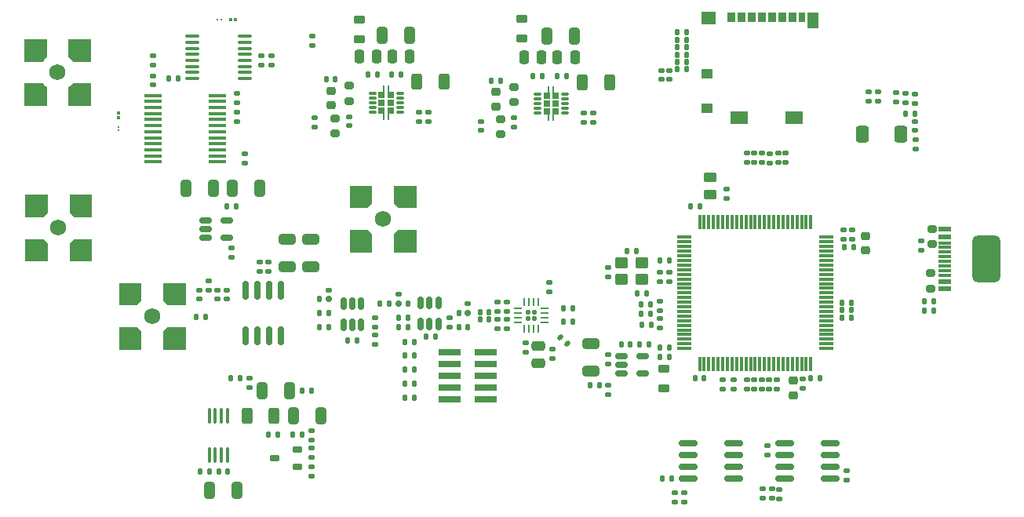
<source format=gbr>
%TF.GenerationSoftware,KiCad,Pcbnew,9.0.5*%
%TF.CreationDate,2025-10-24T01:37:17-04:00*%
%TF.ProjectId,ElectrodeArrayPCB,456c6563-7472-46f6-9465-417272617950,rev?*%
%TF.SameCoordinates,Original*%
%TF.FileFunction,Paste,Top*%
%TF.FilePolarity,Positive*%
%FSLAX46Y46*%
G04 Gerber Fmt 4.6, Leading zero omitted, Abs format (unit mm)*
G04 Created by KiCad (PCBNEW 9.0.5) date 2025-10-24 01:37:17*
%MOMM*%
%LPD*%
G01*
G04 APERTURE LIST*
G04 Aperture macros list*
%AMRoundRect*
0 Rectangle with rounded corners*
0 $1 Rounding radius*
0 $2 $3 $4 $5 $6 $7 $8 $9 X,Y pos of 4 corners*
0 Add a 4 corners polygon primitive as box body*
4,1,4,$2,$3,$4,$5,$6,$7,$8,$9,$2,$3,0*
0 Add four circle primitives for the rounded corners*
1,1,$1+$1,$2,$3*
1,1,$1+$1,$4,$5*
1,1,$1+$1,$6,$7*
1,1,$1+$1,$8,$9*
0 Add four rect primitives between the rounded corners*
20,1,$1+$1,$2,$3,$4,$5,0*
20,1,$1+$1,$4,$5,$6,$7,0*
20,1,$1+$1,$6,$7,$8,$9,0*
20,1,$1+$1,$8,$9,$2,$3,0*%
G04 Aperture macros list end*
%ADD10C,0.001000*%
%ADD11RoundRect,0.140000X-0.170000X0.140000X-0.170000X-0.140000X0.170000X-0.140000X0.170000X0.140000X0*%
%ADD12C,0.250000*%
%ADD13C,0.100000*%
%ADD14C,0.400000*%
%ADD15RoundRect,0.140000X0.170000X-0.140000X0.170000X0.140000X-0.170000X0.140000X-0.170000X-0.140000X0*%
%ADD16RoundRect,0.140000X0.140000X0.170000X-0.140000X0.170000X-0.140000X-0.170000X0.140000X-0.170000X0*%
%ADD17RoundRect,0.100000X-0.637500X-0.100000X0.637500X-0.100000X0.637500X0.100000X-0.637500X0.100000X0*%
%ADD18C,1.730000*%
%ADD19RoundRect,0.220000X0.255000X-0.220000X0.255000X0.220000X-0.255000X0.220000X-0.255000X-0.220000X0*%
%ADD20R,0.850000X1.100000*%
%ADD21R,0.750000X1.100000*%
%ADD22R,1.200000X1.000000*%
%ADD23R,1.550000X1.350000*%
%ADD24R,1.900000X1.350000*%
%ADD25R,1.170000X1.800000*%
%ADD26RoundRect,0.500000X1.000000X-2.000000X1.000000X2.000000X-1.000000X2.000000X-1.000000X-2.000000X0*%
%ADD27R,1.400000X0.500000*%
%ADD28R,1.400000X0.300000*%
%ADD29R,0.280000X0.700000*%
%ADD30RoundRect,0.070000X-0.355000X-0.070000X0.355000X-0.070000X0.355000X0.070000X-0.355000X0.070000X0*%
%ADD31R,0.640000X0.640000*%
%ADD32RoundRect,0.150000X0.150000X-0.825000X0.150000X0.825000X-0.150000X0.825000X-0.150000X-0.825000X0*%
%ADD33RoundRect,0.062500X-0.062500X-0.375000X0.062500X-0.375000X0.062500X0.375000X-0.062500X0.375000X0*%
%ADD34RoundRect,0.062500X-0.375000X-0.062500X0.375000X-0.062500X0.375000X0.062500X-0.375000X0.062500X0*%
%ADD35RoundRect,0.130000X-0.130000X-0.130000X0.130000X-0.130000X0.130000X0.130000X-0.130000X0.130000X0*%
%ADD36RoundRect,0.248889X-0.311111X-0.626111X0.311111X-0.626111X0.311111X0.626111X-0.311111X0.626111X0*%
%ADD37RoundRect,0.200000X-0.275000X0.200000X-0.275000X-0.200000X0.275000X-0.200000X0.275000X0.200000X0*%
%ADD38RoundRect,0.220000X-0.380000X0.220000X-0.380000X-0.220000X0.380000X-0.220000X0.380000X0.220000X0*%
%ADD39RoundRect,0.250000X0.250000X0.475000X-0.250000X0.475000X-0.250000X-0.475000X0.250000X-0.475000X0*%
%ADD40RoundRect,0.250000X0.325000X0.650000X-0.325000X0.650000X-0.325000X-0.650000X0.325000X-0.650000X0*%
%ADD41RoundRect,0.250000X-0.250000X-0.475000X0.250000X-0.475000X0.250000X0.475000X-0.250000X0.475000X0*%
%ADD42RoundRect,0.140000X-0.140000X-0.170000X0.140000X-0.170000X0.140000X0.170000X-0.140000X0.170000X0*%
%ADD43RoundRect,0.140000X0.219203X0.021213X0.021213X0.219203X-0.219203X-0.021213X-0.021213X-0.219203X0*%
%ADD44RoundRect,0.248780X-0.451220X0.261220X-0.451220X-0.261220X0.451220X-0.261220X0.451220X0.261220X0*%
%ADD45RoundRect,0.250000X-0.425000X-0.650000X0.425000X-0.650000X0.425000X0.650000X-0.425000X0.650000X0*%
%ADD46RoundRect,0.150000X-0.385000X-0.150000X0.385000X-0.150000X0.385000X0.150000X-0.385000X0.150000X0*%
%ADD47RoundRect,0.250000X-0.312500X-0.625000X0.312500X-0.625000X0.312500X0.625000X-0.312500X0.625000X0*%
%ADD48RoundRect,0.150000X0.825000X0.150000X-0.825000X0.150000X-0.825000X-0.150000X0.825000X-0.150000X0*%
%ADD49RoundRect,0.250000X-0.325000X-0.650000X0.325000X-0.650000X0.325000X0.650000X-0.325000X0.650000X0*%
%ADD50RoundRect,0.225000X0.250000X-0.225000X0.250000X0.225000X-0.250000X0.225000X-0.250000X-0.225000X0*%
%ADD51R,2.400000X0.740000*%
%ADD52RoundRect,0.075000X-0.725000X-0.075000X0.725000X-0.075000X0.725000X0.075000X-0.725000X0.075000X0*%
%ADD53RoundRect,0.075000X-0.075000X-0.725000X0.075000X-0.725000X0.075000X0.725000X-0.075000X0.725000X0*%
%ADD54RoundRect,0.150000X-0.150000X0.512500X-0.150000X-0.512500X0.150000X-0.512500X0.150000X0.512500X0*%
%ADD55RoundRect,0.250000X-0.450000X-0.350000X0.450000X-0.350000X0.450000X0.350000X-0.450000X0.350000X0*%
%ADD56RoundRect,0.250000X0.650000X-0.325000X0.650000X0.325000X-0.650000X0.325000X-0.650000X-0.325000X0*%
%ADD57RoundRect,0.200000X0.275000X-0.200000X0.275000X0.200000X-0.275000X0.200000X-0.275000X-0.200000X0*%
%ADD58RoundRect,0.150000X-0.512500X-0.150000X0.512500X-0.150000X0.512500X0.150000X-0.512500X0.150000X0*%
%ADD59RoundRect,0.225000X-0.250000X0.225000X-0.250000X-0.225000X0.250000X-0.225000X0.250000X0.225000X0*%
%ADD60RoundRect,0.100000X0.100000X-0.712500X0.100000X0.712500X-0.100000X0.712500X-0.100000X-0.712500X0*%
%ADD61RoundRect,0.100000X-0.850000X-0.100000X0.850000X-0.100000X0.850000X0.100000X-0.850000X0.100000X0*%
%ADD62RoundRect,0.250000X-0.475000X0.250000X-0.475000X-0.250000X0.475000X-0.250000X0.475000X0.250000X0*%
G04 APERTURE END LIST*
D10*
%TO.C,J9*%
X125995000Y-72847700D02*
X125868415Y-72943742D01*
X125643742Y-73168415D01*
X125547700Y-73295000D01*
X123645000Y-73295000D01*
X123645000Y-70940000D01*
X125995000Y-70940000D01*
X125995000Y-72847700D01*
G36*
X125995000Y-72847700D02*
G01*
X125868415Y-72943742D01*
X125643742Y-73168415D01*
X125547700Y-73295000D01*
X123645000Y-73295000D01*
X123645000Y-70940000D01*
X125995000Y-70940000D01*
X125995000Y-72847700D01*
G37*
X130755000Y-73295000D02*
X128852300Y-73295000D01*
X128756258Y-73168415D01*
X128531585Y-72943742D01*
X128405000Y-72847700D01*
X128405000Y-70940000D01*
X130755000Y-70940000D01*
X130755000Y-73295000D01*
G36*
X130755000Y-73295000D02*
G01*
X128852300Y-73295000D01*
X128756258Y-73168415D01*
X128531585Y-72943742D01*
X128405000Y-72847700D01*
X128405000Y-70940000D01*
X130755000Y-70940000D01*
X130755000Y-73295000D01*
G37*
X125643742Y-75831585D02*
X125868415Y-76056258D01*
X125995000Y-76152300D01*
X125995000Y-78060000D01*
X123645000Y-78060000D01*
X123645000Y-75705000D01*
X125547700Y-75705000D01*
X125643742Y-75831585D01*
G36*
X125643742Y-75831585D02*
G01*
X125868415Y-76056258D01*
X125995000Y-76152300D01*
X125995000Y-78060000D01*
X123645000Y-78060000D01*
X123645000Y-75705000D01*
X125547700Y-75705000D01*
X125643742Y-75831585D01*
G37*
X130755000Y-78060000D02*
X128405000Y-78060000D01*
X128405000Y-76152300D01*
X128531585Y-76056258D01*
X128756258Y-75831585D01*
X128852300Y-75705000D01*
X130755000Y-75705000D01*
X130755000Y-78060000D01*
G36*
X130755000Y-78060000D02*
G01*
X128405000Y-78060000D01*
X128405000Y-76152300D01*
X128531585Y-76056258D01*
X128756258Y-75831585D01*
X128852300Y-75705000D01*
X130755000Y-75705000D01*
X130755000Y-78060000D01*
G37*
%TO.C,J8*%
X125743742Y-92631585D02*
X125968415Y-92856258D01*
X126095000Y-92952300D01*
X126095000Y-94855000D01*
X123740000Y-94855000D01*
X123740000Y-92505000D01*
X125647700Y-92505000D01*
X125743742Y-92631585D01*
G36*
X125743742Y-92631585D02*
G01*
X125968415Y-92856258D01*
X126095000Y-92952300D01*
X126095000Y-94855000D01*
X123740000Y-94855000D01*
X123740000Y-92505000D01*
X125647700Y-92505000D01*
X125743742Y-92631585D01*
G37*
X126095000Y-89647700D02*
X125968415Y-89743742D01*
X125743742Y-89968415D01*
X125647700Y-90095000D01*
X123740000Y-90095000D01*
X123740000Y-87745000D01*
X126095000Y-87745000D01*
X126095000Y-89647700D01*
G36*
X126095000Y-89647700D02*
G01*
X125968415Y-89743742D01*
X125743742Y-89968415D01*
X125647700Y-90095000D01*
X123740000Y-90095000D01*
X123740000Y-87745000D01*
X126095000Y-87745000D01*
X126095000Y-89647700D01*
G37*
X130860000Y-94855000D02*
X128505000Y-94855000D01*
X128505000Y-92952300D01*
X128631585Y-92856258D01*
X128856258Y-92631585D01*
X128952300Y-92505000D01*
X130860000Y-92505000D01*
X130860000Y-94855000D01*
G36*
X130860000Y-94855000D02*
G01*
X128505000Y-94855000D01*
X128505000Y-92952300D01*
X128631585Y-92856258D01*
X128856258Y-92631585D01*
X128952300Y-92505000D01*
X130860000Y-92505000D01*
X130860000Y-94855000D01*
G37*
X130860000Y-90095000D02*
X128952300Y-90095000D01*
X128856258Y-89968415D01*
X128631585Y-89743742D01*
X128505000Y-89647700D01*
X128505000Y-87745000D01*
X130860000Y-87745000D01*
X130860000Y-90095000D01*
G36*
X130860000Y-90095000D02*
G01*
X128952300Y-90095000D01*
X128856258Y-89968415D01*
X128631585Y-89743742D01*
X128505000Y-89647700D01*
X128505000Y-87745000D01*
X130860000Y-87745000D01*
X130860000Y-90095000D01*
G37*
%TO.C,J7*%
X160743742Y-91631585D02*
X160968415Y-91856258D01*
X161095000Y-91952300D01*
X161095000Y-93860000D01*
X158745000Y-93860000D01*
X158745000Y-91505000D01*
X160647700Y-91505000D01*
X160743742Y-91631585D01*
G36*
X160743742Y-91631585D02*
G01*
X160968415Y-91856258D01*
X161095000Y-91952300D01*
X161095000Y-93860000D01*
X158745000Y-93860000D01*
X158745000Y-91505000D01*
X160647700Y-91505000D01*
X160743742Y-91631585D01*
G37*
X161095000Y-88647700D02*
X160968415Y-88743742D01*
X160743742Y-88968415D01*
X160647700Y-89095000D01*
X158745000Y-89095000D01*
X158745000Y-86740000D01*
X161095000Y-86740000D01*
X161095000Y-88647700D01*
G36*
X161095000Y-88647700D02*
G01*
X160968415Y-88743742D01*
X160743742Y-88968415D01*
X160647700Y-89095000D01*
X158745000Y-89095000D01*
X158745000Y-86740000D01*
X161095000Y-86740000D01*
X161095000Y-88647700D01*
G37*
X165855000Y-93860000D02*
X163505000Y-93860000D01*
X163505000Y-91952300D01*
X163631585Y-91856258D01*
X163856258Y-91631585D01*
X163952300Y-91505000D01*
X165855000Y-91505000D01*
X165855000Y-93860000D01*
G36*
X165855000Y-93860000D02*
G01*
X163505000Y-93860000D01*
X163505000Y-91952300D01*
X163631585Y-91856258D01*
X163856258Y-91631585D01*
X163952300Y-91505000D01*
X165855000Y-91505000D01*
X165855000Y-93860000D01*
G37*
X165855000Y-89095000D02*
X163952300Y-89095000D01*
X163856258Y-88968415D01*
X163631585Y-88743742D01*
X163505000Y-88647700D01*
X163505000Y-86740000D01*
X165855000Y-86740000D01*
X165855000Y-89095000D01*
G36*
X165855000Y-89095000D02*
G01*
X163952300Y-89095000D01*
X163856258Y-88968415D01*
X163631585Y-88743742D01*
X163505000Y-88647700D01*
X163505000Y-86740000D01*
X165855000Y-86740000D01*
X165855000Y-89095000D01*
G37*
%TO.C,J3*%
X135843742Y-102131585D02*
X136068415Y-102356258D01*
X136195000Y-102452300D01*
X136195000Y-104355000D01*
X133840000Y-104355000D01*
X133840000Y-102005000D01*
X135747700Y-102005000D01*
X135843742Y-102131585D01*
G36*
X135843742Y-102131585D02*
G01*
X136068415Y-102356258D01*
X136195000Y-102452300D01*
X136195000Y-104355000D01*
X133840000Y-104355000D01*
X133840000Y-102005000D01*
X135747700Y-102005000D01*
X135843742Y-102131585D01*
G37*
X136195000Y-99147700D02*
X136068415Y-99243742D01*
X135843742Y-99468415D01*
X135747700Y-99595000D01*
X133840000Y-99595000D01*
X133840000Y-97245000D01*
X136195000Y-97245000D01*
X136195000Y-99147700D01*
G36*
X136195000Y-99147700D02*
G01*
X136068415Y-99243742D01*
X135843742Y-99468415D01*
X135747700Y-99595000D01*
X133840000Y-99595000D01*
X133840000Y-97245000D01*
X136195000Y-97245000D01*
X136195000Y-99147700D01*
G37*
X140960000Y-104355000D02*
X138605000Y-104355000D01*
X138605000Y-102452300D01*
X138731585Y-102356258D01*
X138956258Y-102131585D01*
X139052300Y-102005000D01*
X140960000Y-102005000D01*
X140960000Y-104355000D01*
G36*
X140960000Y-104355000D02*
G01*
X138605000Y-104355000D01*
X138605000Y-102452300D01*
X138731585Y-102356258D01*
X138956258Y-102131585D01*
X139052300Y-102005000D01*
X140960000Y-102005000D01*
X140960000Y-104355000D01*
G37*
X140960000Y-99595000D02*
X139052300Y-99595000D01*
X138956258Y-99468415D01*
X138731585Y-99243742D01*
X138605000Y-99147700D01*
X138605000Y-97245000D01*
X140960000Y-97245000D01*
X140960000Y-99595000D01*
G36*
X140960000Y-99595000D02*
G01*
X139052300Y-99595000D01*
X138956258Y-99468415D01*
X138731585Y-99243742D01*
X138605000Y-99147700D01*
X138605000Y-97245000D01*
X140960000Y-97245000D01*
X140960000Y-99595000D01*
G37*
%TD*%
D11*
%TO.C,C19*%
X137500000Y-72700000D03*
X137500000Y-73700000D03*
%TD*%
%TO.C,R13*%
X154700000Y-70600000D03*
X154700000Y-71600000D03*
%TD*%
D12*
%TO.C,J10*%
X144500000Y-68800000D03*
X144850000Y-68800000D03*
D13*
X145300000Y-68800000D03*
X145500000Y-68800000D03*
D14*
X145900000Y-68800000D03*
X146400000Y-68800000D03*
%TD*%
D15*
%TO.C,R45*%
X149200000Y-73700000D03*
X149200000Y-72700000D03*
%TD*%
D16*
%TO.C,R11*%
X140200000Y-75200000D03*
X139200000Y-75200000D03*
%TD*%
D11*
%TO.C,C25*%
X150300000Y-72700000D03*
X150300000Y-73700000D03*
%TD*%
D17*
%TO.C,U19*%
X141737500Y-70625000D03*
X141737500Y-71275000D03*
X141737500Y-71925000D03*
X141737500Y-72575000D03*
X141737500Y-73225000D03*
X141737500Y-73875000D03*
X141737500Y-74525000D03*
X141737500Y-75175000D03*
X147462500Y-75175000D03*
X147462500Y-74525000D03*
X147462500Y-73875000D03*
X147462500Y-73225000D03*
X147462500Y-72575000D03*
X147462500Y-71925000D03*
X147462500Y-71275000D03*
X147462500Y-70625000D03*
%TD*%
D18*
%TO.C,J9*%
X127200000Y-74500000D03*
%TD*%
D12*
%TO.C,J2*%
X133800000Y-80800000D03*
X133800000Y-80450000D03*
D13*
X133800000Y-80000000D03*
X133800000Y-79800000D03*
D14*
X133800000Y-79400000D03*
X133800000Y-78900000D03*
%TD*%
D15*
%TO.C,R10*%
X137500000Y-75900000D03*
X137500000Y-74900000D03*
%TD*%
D18*
%TO.C,J8*%
X127300000Y-91300000D03*
%TD*%
D19*
%TO.C,D2*%
X174500000Y-76610000D03*
X174500000Y-78190000D03*
%TD*%
D20*
%TO.C,J4*%
X199895000Y-68550000D03*
X200995000Y-68550000D03*
X202095000Y-68550000D03*
X203195000Y-68550000D03*
X204295000Y-68550000D03*
X205395000Y-68550000D03*
X206495000Y-68550000D03*
D21*
X207545000Y-68550000D03*
D22*
X197260000Y-74700000D03*
X197260000Y-78400000D03*
D23*
X197435000Y-68675000D03*
D24*
X200760000Y-79375000D03*
X206730000Y-79375000D03*
D25*
X208755000Y-68900000D03*
%TD*%
D26*
%TO.C,J6*%
X227420000Y-94670000D03*
D27*
X222920000Y-97870000D03*
X222920000Y-97070000D03*
D28*
X222920000Y-96420000D03*
X222920000Y-95420000D03*
X222920000Y-93920000D03*
X222920000Y-92920000D03*
D27*
X222920000Y-91470000D03*
X222920000Y-92270000D03*
D28*
X222920000Y-93420000D03*
X222920000Y-94420000D03*
X222920000Y-94920000D03*
X222920000Y-95920000D03*
%TD*%
D29*
%TO.C,U1*%
X180725000Y-79450000D03*
X180725000Y-76350000D03*
X180225000Y-79450000D03*
X180225000Y-76350000D03*
D30*
X181950000Y-76900000D03*
X181950000Y-77400000D03*
X181950000Y-77900000D03*
X181950000Y-78400000D03*
X181950000Y-78900000D03*
X179000000Y-78900000D03*
X179000000Y-78400000D03*
X179000000Y-77900000D03*
X179000000Y-77400000D03*
X179000000Y-76900000D03*
D31*
X180955000Y-78760000D03*
X180955000Y-77900000D03*
X180955000Y-77040000D03*
X179995000Y-78760000D03*
X179995000Y-77900000D03*
X179995000Y-77040000D03*
%TD*%
D32*
%TO.C,U11*%
X147500000Y-98000000D03*
X148770000Y-98000000D03*
X150040000Y-98000000D03*
X151310000Y-98000000D03*
X151310000Y-102950000D03*
X150040000Y-102950000D03*
X148770000Y-102950000D03*
X147500000Y-102950000D03*
%TD*%
D33*
%TO.C,U14*%
X177587500Y-99312500D03*
X178087500Y-99312500D03*
X178587500Y-99312500D03*
X179087500Y-99312500D03*
D34*
X179775000Y-100000000D03*
X179775000Y-100500000D03*
X179775000Y-101000000D03*
X179775000Y-101500000D03*
D33*
X179087500Y-102187500D03*
X178587500Y-102187500D03*
X178087500Y-102187500D03*
X177587500Y-102187500D03*
D34*
X176900000Y-101500000D03*
X176900000Y-101000000D03*
X176900000Y-100500000D03*
X176900000Y-100000000D03*
D35*
X178662500Y-101075000D03*
X178662500Y-100425000D03*
X178012500Y-101075000D03*
X178012500Y-100425000D03*
%TD*%
D11*
%TO.C,R9*%
X185000000Y-78900000D03*
X185000000Y-79900000D03*
%TD*%
D36*
%TO.C,R8*%
X183840000Y-75600000D03*
X186760000Y-75600000D03*
%TD*%
D16*
%TO.C,R7*%
X175000000Y-75400000D03*
X174000000Y-75400000D03*
%TD*%
D11*
%TO.C,R6*%
X176500000Y-79400000D03*
X176500000Y-80400000D03*
%TD*%
D37*
%TO.C,R5*%
X175000000Y-79580000D03*
X175000000Y-81220000D03*
%TD*%
D11*
%TO.C,R3*%
X172900000Y-79800000D03*
X172900000Y-80800000D03*
%TD*%
D37*
%TO.C,R2*%
X176500000Y-76080000D03*
X176500000Y-77720000D03*
%TD*%
D38*
%TO.C,FB3*%
X159800000Y-70960000D03*
X159800000Y-68840000D03*
%TD*%
D16*
%TO.C,C18*%
X181100000Y-74900000D03*
X182100000Y-74900000D03*
%TD*%
D39*
%TO.C,C17*%
X181150000Y-72900000D03*
X183050000Y-72900000D03*
%TD*%
D40*
%TO.C,C10*%
X180020000Y-70600000D03*
X182980000Y-70600000D03*
%TD*%
D11*
%TO.C,C3*%
X184000000Y-78900000D03*
X184000000Y-79900000D03*
%TD*%
D41*
%TO.C,C2*%
X177550000Y-72900000D03*
X179450000Y-72900000D03*
%TD*%
D42*
%TO.C,C1*%
X178500000Y-74900000D03*
X179500000Y-74900000D03*
%TD*%
%TO.C,R84*%
X211900000Y-99400000D03*
X212900000Y-99400000D03*
%TD*%
D43*
%TO.C,R110*%
X181492894Y-103092894D03*
X182200000Y-103800000D03*
%TD*%
D11*
%TO.C,R19*%
X154600000Y-113200000D03*
X154600000Y-114200000D03*
%TD*%
%TO.C,R83*%
X199000000Y-107700000D03*
X199000000Y-108700000D03*
%TD*%
D44*
%TO.C,R112*%
X197600000Y-85860000D03*
X197600000Y-87680000D03*
%TD*%
D16*
%TO.C,R31*%
X156500000Y-99000000D03*
X155500000Y-99000000D03*
%TD*%
D42*
%TO.C,R41*%
X164700000Y-109600000D03*
X165700000Y-109600000D03*
%TD*%
D45*
%TO.C,S1*%
X214050000Y-81200000D03*
X218200000Y-81200000D03*
%TD*%
D15*
%TO.C,R74*%
X202400000Y-108700000D03*
X202400000Y-107700000D03*
%TD*%
D16*
%TO.C,C73*%
X189041250Y-103870000D03*
X188041250Y-103870000D03*
%TD*%
D11*
%TO.C,R77*%
X203800000Y-114800000D03*
X203800000Y-115800000D03*
%TD*%
D42*
%TO.C,C52*%
X196500000Y-89000000D03*
X195500000Y-89000000D03*
%TD*%
D15*
%TO.C,R71*%
X203285000Y-120480000D03*
X203285000Y-119480000D03*
%TD*%
D11*
%TO.C,C78*%
X144500000Y-98000000D03*
X144500000Y-99000000D03*
%TD*%
D16*
%TO.C,C53*%
X209500000Y-107500000D03*
X208500000Y-107500000D03*
%TD*%
D15*
%TO.C,R65*%
X205000000Y-84200000D03*
X205000000Y-83200000D03*
%TD*%
D11*
%TO.C,C63*%
X207600000Y-107600000D03*
X207600000Y-108600000D03*
%TD*%
D15*
%TO.C,R56*%
X171500000Y-100500000D03*
X171500000Y-99500000D03*
%TD*%
D38*
%TO.C,FB1*%
X177300000Y-68740000D03*
X177300000Y-70860000D03*
%TD*%
D11*
%TO.C,C70*%
X186610000Y-108270000D03*
X186610000Y-109270000D03*
%TD*%
%TO.C,C38*%
X205085000Y-119580000D03*
X205085000Y-120580000D03*
%TD*%
%TO.C,C39*%
X194850000Y-119900000D03*
X194850000Y-120900000D03*
%TD*%
D15*
%TO.C,R68*%
X202400000Y-84200000D03*
X202400000Y-83200000D03*
%TD*%
D46*
%TO.C,U9*%
X153100000Y-117100000D03*
X153100000Y-115200000D03*
X150620000Y-116150000D03*
%TD*%
D16*
%TO.C,R37*%
X168000000Y-103000000D03*
X167000000Y-103000000D03*
%TD*%
D11*
%TO.C,C51*%
X212000000Y-91500000D03*
X212000000Y-92500000D03*
%TD*%
%TO.C,R87*%
X214700000Y-76600000D03*
X214700000Y-77600000D03*
%TD*%
D47*
%TO.C,R17*%
X147675000Y-111600000D03*
X150600000Y-111600000D03*
%TD*%
D42*
%TO.C,R108*%
X153600000Y-108900000D03*
X154600000Y-108900000D03*
%TD*%
D16*
%TO.C,R113*%
X182800000Y-101400000D03*
X181800000Y-101400000D03*
%TD*%
D11*
%TO.C,R96*%
X220400000Y-92700000D03*
X220400000Y-93700000D03*
%TD*%
D48*
%TO.C,U24*%
X210600000Y-118400000D03*
X210600000Y-117130000D03*
X210600000Y-115860000D03*
X210600000Y-114590000D03*
X205650000Y-114590000D03*
X205650000Y-115860000D03*
X205650000Y-117130000D03*
X205650000Y-118400000D03*
%TD*%
D11*
%TO.C,R21*%
X145500000Y-98000000D03*
X145500000Y-99000000D03*
%TD*%
D42*
%TO.C,C68*%
X144600000Y-117600000D03*
X145600000Y-117600000D03*
%TD*%
D15*
%TO.C,R76*%
X204000000Y-108700000D03*
X204000000Y-107700000D03*
%TD*%
%TO.C,R97*%
X175700000Y-100300000D03*
X175700000Y-99300000D03*
%TD*%
D36*
%TO.C,R102*%
X168900000Y-75500000D03*
X165980000Y-75500000D03*
%TD*%
D18*
%TO.C,J7*%
X162300000Y-90300000D03*
%TD*%
D15*
%TO.C,C23*%
X161500000Y-102000000D03*
X161500000Y-101000000D03*
%TD*%
%TO.C,R26*%
X146000000Y-94500000D03*
X146000000Y-93500000D03*
%TD*%
%TO.C,R90*%
X219725000Y-80800000D03*
X219725000Y-79800000D03*
%TD*%
D42*
%TO.C,R38*%
X164700000Y-106600000D03*
X165700000Y-106600000D03*
%TD*%
D16*
%TO.C,C9*%
X153600000Y-113600000D03*
X152600000Y-113600000D03*
%TD*%
D49*
%TO.C,C67*%
X149320000Y-108900000D03*
X152280000Y-108900000D03*
%TD*%
D42*
%TO.C,R33*%
X158500000Y-103500000D03*
X159500000Y-103500000D03*
%TD*%
D50*
%TO.C,C62*%
X214400000Y-93760000D03*
X214400000Y-92200000D03*
%TD*%
D15*
%TO.C,R120*%
X156500000Y-99000000D03*
X156500000Y-98000000D03*
%TD*%
D51*
%TO.C,J1*%
X169500000Y-104730000D03*
X173400000Y-104730000D03*
X169500000Y-106000000D03*
X173400000Y-106000000D03*
X169500000Y-107270000D03*
X173400000Y-107270000D03*
X169500000Y-108540000D03*
X173400000Y-108540000D03*
X169500000Y-109810000D03*
X173400000Y-109810000D03*
%TD*%
D48*
%TO.C,U25*%
X200200000Y-118400000D03*
X200200000Y-117130000D03*
X200200000Y-115860000D03*
X200200000Y-114590000D03*
X195250000Y-114590000D03*
X195250000Y-115860000D03*
X195250000Y-117130000D03*
X195250000Y-118400000D03*
%TD*%
D16*
%TO.C,C56*%
X193200000Y-94800000D03*
X192200000Y-94800000D03*
%TD*%
D15*
%TO.C,C44*%
X186600000Y-96600000D03*
X186600000Y-95600000D03*
%TD*%
D11*
%TO.C,R91*%
X217725000Y-76700000D03*
X217725000Y-77700000D03*
%TD*%
D42*
%TO.C,R61*%
X194100000Y-70200000D03*
X195100000Y-70200000D03*
%TD*%
D49*
%TO.C,C69*%
X143620000Y-119600000D03*
X146580000Y-119600000D03*
%TD*%
D11*
%TO.C,R57*%
X164000000Y-98500000D03*
X164000000Y-99500000D03*
%TD*%
D38*
%TO.C,FB2*%
X192600000Y-108660000D03*
X192600000Y-106540000D03*
%TD*%
D52*
%TO.C,U15*%
X194825000Y-92325000D03*
X194825000Y-92825000D03*
X194825000Y-93325000D03*
X194825000Y-93825000D03*
X194825000Y-94325000D03*
X194825000Y-94825000D03*
X194825000Y-95325000D03*
X194825000Y-95825000D03*
X194825000Y-96325000D03*
X194825000Y-96825000D03*
X194825000Y-97325000D03*
X194825000Y-97825000D03*
X194825000Y-98325000D03*
X194825000Y-98825000D03*
X194825000Y-99325000D03*
X194825000Y-99825000D03*
X194825000Y-100325000D03*
X194825000Y-100825000D03*
X194825000Y-101325000D03*
X194825000Y-101825000D03*
X194825000Y-102325000D03*
X194825000Y-102825000D03*
X194825000Y-103325000D03*
X194825000Y-103825000D03*
X194825000Y-104325000D03*
D53*
X196500000Y-106000000D03*
X197000000Y-106000000D03*
X197500000Y-106000000D03*
X198000000Y-106000000D03*
X198500000Y-106000000D03*
X199000000Y-106000000D03*
X199500000Y-106000000D03*
X200000000Y-106000000D03*
X200500000Y-106000000D03*
X201000000Y-106000000D03*
X201500000Y-106000000D03*
X202000000Y-106000000D03*
X202500000Y-106000000D03*
X203000000Y-106000000D03*
X203500000Y-106000000D03*
X204000000Y-106000000D03*
X204500000Y-106000000D03*
X205000000Y-106000000D03*
X205500000Y-106000000D03*
X206000000Y-106000000D03*
X206500000Y-106000000D03*
X207000000Y-106000000D03*
X207500000Y-106000000D03*
X208000000Y-106000000D03*
X208500000Y-106000000D03*
D52*
X210175000Y-104325000D03*
X210175000Y-103825000D03*
X210175000Y-103325000D03*
X210175000Y-102825000D03*
X210175000Y-102325000D03*
X210175000Y-101825000D03*
X210175000Y-101325000D03*
X210175000Y-100825000D03*
X210175000Y-100325000D03*
X210175000Y-99825000D03*
X210175000Y-99325000D03*
X210175000Y-98825000D03*
X210175000Y-98325000D03*
X210175000Y-97825000D03*
X210175000Y-97325000D03*
X210175000Y-96825000D03*
X210175000Y-96325000D03*
X210175000Y-95825000D03*
X210175000Y-95325000D03*
X210175000Y-94825000D03*
X210175000Y-94325000D03*
X210175000Y-93825000D03*
X210175000Y-93325000D03*
X210175000Y-92825000D03*
X210175000Y-92325000D03*
D53*
X208500000Y-90650000D03*
X208000000Y-90650000D03*
X207500000Y-90650000D03*
X207000000Y-90650000D03*
X206500000Y-90650000D03*
X206000000Y-90650000D03*
X205500000Y-90650000D03*
X205000000Y-90650000D03*
X204500000Y-90650000D03*
X204000000Y-90650000D03*
X203500000Y-90650000D03*
X203000000Y-90650000D03*
X202500000Y-90650000D03*
X202000000Y-90650000D03*
X201500000Y-90650000D03*
X201000000Y-90650000D03*
X200500000Y-90650000D03*
X200000000Y-90650000D03*
X199500000Y-90650000D03*
X199000000Y-90650000D03*
X198500000Y-90650000D03*
X198000000Y-90650000D03*
X197500000Y-90650000D03*
X197000000Y-90650000D03*
X196500000Y-90650000D03*
%TD*%
D16*
%TO.C,R35*%
X165000000Y-99500000D03*
X164000000Y-99500000D03*
%TD*%
%TO.C,R115*%
X163000000Y-99500000D03*
X162000000Y-99500000D03*
%TD*%
D15*
%TO.C,C13*%
X150000000Y-96000000D03*
X150000000Y-95000000D03*
%TD*%
D54*
%TO.C,U17*%
X168300000Y-99400000D03*
X167350000Y-99400000D03*
X166400000Y-99400000D03*
X166400000Y-101675000D03*
X167350000Y-101675000D03*
X168300000Y-101675000D03*
%TD*%
D16*
%TO.C,R93*%
X221750000Y-99250000D03*
X220750000Y-99250000D03*
%TD*%
D11*
%TO.C,R22*%
X142500000Y-98000000D03*
X142500000Y-99000000D03*
%TD*%
D42*
%TO.C,R64*%
X194100000Y-71800000D03*
X195100000Y-71800000D03*
%TD*%
D16*
%TO.C,R117*%
X165000000Y-101000000D03*
X164000000Y-101000000D03*
%TD*%
D55*
%TO.C,X1*%
X188100000Y-95120000D03*
X190300000Y-95120000D03*
X190300000Y-96880000D03*
X188100000Y-96880000D03*
%TD*%
D42*
%TO.C,R59*%
X194100000Y-74200000D03*
X195100000Y-74200000D03*
%TD*%
D11*
%TO.C,R99*%
X175700000Y-101200000D03*
X175700000Y-102200000D03*
%TD*%
D42*
%TO.C,R39*%
X164700000Y-105100000D03*
X165700000Y-105100000D03*
%TD*%
D11*
%TO.C,C36*%
X193200000Y-74300000D03*
X193200000Y-75300000D03*
%TD*%
D15*
%TO.C,C58*%
X192200000Y-97100000D03*
X192200000Y-96100000D03*
%TD*%
D16*
%TO.C,R107*%
X191200000Y-100600000D03*
X190200000Y-100600000D03*
%TD*%
D15*
%TO.C,R69*%
X204050000Y-84300000D03*
X204050000Y-83300000D03*
%TD*%
%TO.C,R70*%
X203200000Y-84200000D03*
X203200000Y-83200000D03*
%TD*%
D11*
%TO.C,C66*%
X192200000Y-101100000D03*
X192200000Y-102100000D03*
%TD*%
D42*
%TO.C,R111*%
X190041250Y-103870000D03*
X191041250Y-103870000D03*
%TD*%
%TO.C,R98*%
X172800000Y-101200000D03*
X173800000Y-101200000D03*
%TD*%
D11*
%TO.C,R92*%
X218725000Y-76800000D03*
X218725000Y-77800000D03*
%TD*%
D42*
%TO.C,R82*%
X211900000Y-100200000D03*
X212900000Y-100200000D03*
%TD*%
D56*
%TO.C,C71*%
X184800000Y-106780000D03*
X184800000Y-103820000D03*
%TD*%
D42*
%TO.C,R42*%
X164700000Y-108100000D03*
X165700000Y-108100000D03*
%TD*%
%TO.C,C64*%
X212100000Y-93400000D03*
X213100000Y-93400000D03*
%TD*%
D18*
%TO.C,J3*%
X137400000Y-100800000D03*
%TD*%
D42*
%TO.C,C45*%
X188700000Y-93800000D03*
X189700000Y-93800000D03*
%TD*%
D15*
%TO.C,C75*%
X174700000Y-100300000D03*
X174700000Y-99300000D03*
%TD*%
D42*
%TO.C,R40*%
X164700000Y-103600000D03*
X165700000Y-103600000D03*
%TD*%
D11*
%TO.C,C57*%
X213000000Y-91500000D03*
X213000000Y-92500000D03*
%TD*%
D42*
%TO.C,R89*%
X218725000Y-79000000D03*
X219725000Y-79000000D03*
%TD*%
D15*
%TO.C,C24*%
X169500000Y-102000000D03*
X169500000Y-101000000D03*
%TD*%
D11*
%TO.C,C37*%
X204285000Y-120480000D03*
X204285000Y-119480000D03*
%TD*%
D56*
%TO.C,C11*%
X152000000Y-95480000D03*
X152000000Y-92520000D03*
%TD*%
D15*
%TO.C,R75*%
X203200000Y-108700000D03*
X203200000Y-107700000D03*
%TD*%
D16*
%TO.C,R32*%
X156500000Y-102000000D03*
X155500000Y-102000000D03*
%TD*%
D42*
%TO.C,R63*%
X194100000Y-72600000D03*
X195100000Y-72600000D03*
%TD*%
%TO.C,R116*%
X155500000Y-100500000D03*
X156500000Y-100500000D03*
%TD*%
D15*
%TO.C,R14*%
X147400000Y-84300000D03*
X147400000Y-83300000D03*
%TD*%
%TO.C,R27*%
X149000000Y-96000000D03*
X149000000Y-95000000D03*
%TD*%
D11*
%TO.C,R72*%
X212400000Y-117500000D03*
X212400000Y-118500000D03*
%TD*%
D57*
%TO.C,R94*%
X221600000Y-93040000D03*
X221600000Y-91400000D03*
%TD*%
D40*
%TO.C,C79*%
X144060000Y-87000000D03*
X141100000Y-87000000D03*
%TD*%
D15*
%TO.C,R58*%
X192400000Y-75300000D03*
X192400000Y-74300000D03*
%TD*%
D11*
%TO.C,R30*%
X161500000Y-102900000D03*
X161500000Y-103900000D03*
%TD*%
D42*
%TO.C,C14*%
X150000000Y-113600000D03*
X151000000Y-113600000D03*
%TD*%
D15*
%TO.C,R67*%
X201600000Y-84200000D03*
X201600000Y-83200000D03*
%TD*%
D16*
%TO.C,R106*%
X191300000Y-101800000D03*
X190300000Y-101800000D03*
%TD*%
%TO.C,C60*%
X193200000Y-105200000D03*
X192200000Y-105200000D03*
%TD*%
%TO.C,C46*%
X220750000Y-100250000D03*
X221750000Y-100250000D03*
%TD*%
D15*
%TO.C,C42*%
X219800000Y-82800000D03*
X219800000Y-81800000D03*
%TD*%
%TO.C,R66*%
X205800000Y-84200000D03*
X205800000Y-83200000D03*
%TD*%
%TO.C,R44*%
X146550000Y-79800000D03*
X146550000Y-78800000D03*
%TD*%
D58*
%TO.C,U10*%
X188072500Y-105120000D03*
X188072500Y-106070000D03*
X188072500Y-107020000D03*
X190347500Y-107020000D03*
X190347500Y-105120000D03*
%TD*%
D42*
%TO.C,R20*%
X142200000Y-100900000D03*
X143200000Y-100900000D03*
%TD*%
D54*
%TO.C,U16*%
X160000000Y-99500000D03*
X159050000Y-99500000D03*
X158100000Y-99500000D03*
X158100000Y-101775000D03*
X159050000Y-101775000D03*
X160000000Y-101775000D03*
%TD*%
D56*
%TO.C,C12*%
X154500000Y-95480000D03*
X154500000Y-92520000D03*
%TD*%
D49*
%TO.C,C77*%
X146040000Y-87000000D03*
X149000000Y-87000000D03*
%TD*%
D15*
%TO.C,C8*%
X146550000Y-77800000D03*
X146550000Y-76800000D03*
%TD*%
D11*
%TO.C,R79*%
X204800000Y-107700000D03*
X204800000Y-108700000D03*
%TD*%
%TO.C,R15*%
X154600000Y-117100000D03*
X154600000Y-118100000D03*
%TD*%
D59*
%TO.C,C61*%
X206600000Y-107800000D03*
X206600000Y-109360000D03*
%TD*%
D16*
%TO.C,C54*%
X197000000Y-107500000D03*
X196000000Y-107500000D03*
%TD*%
D60*
%TO.C,U27*%
X143600000Y-115825000D03*
X144250000Y-115825000D03*
X144900000Y-115825000D03*
X145550000Y-115825000D03*
X145550000Y-111600000D03*
X144900000Y-111600000D03*
X144250000Y-111600000D03*
X143600000Y-111600000D03*
%TD*%
D11*
%TO.C,R34*%
X143500000Y-97000000D03*
X143500000Y-98000000D03*
%TD*%
D42*
%TO.C,C15*%
X145500000Y-89000000D03*
X146500000Y-89000000D03*
%TD*%
D61*
%TO.C,U5*%
X137500000Y-77025000D03*
X137500000Y-77675000D03*
X137500000Y-78325000D03*
X137500000Y-78975000D03*
X137500000Y-79625000D03*
X137500000Y-80275000D03*
X137500000Y-80925000D03*
X137500000Y-81575000D03*
X137500000Y-82225000D03*
X137500000Y-82875000D03*
X137500000Y-83525000D03*
X137500000Y-84175000D03*
X144500000Y-84175000D03*
X144500000Y-83525000D03*
X144500000Y-82875000D03*
X144500000Y-82225000D03*
X144500000Y-81575000D03*
X144500000Y-80925000D03*
X144500000Y-80275000D03*
X144500000Y-79625000D03*
X144500000Y-78975000D03*
X144500000Y-78325000D03*
X144500000Y-77675000D03*
X144500000Y-77025000D03*
%TD*%
D16*
%TO.C,R55*%
X171500000Y-100500000D03*
X170500000Y-100500000D03*
%TD*%
%TO.C,R36*%
X165000000Y-102000000D03*
X164000000Y-102000000D03*
%TD*%
D11*
%TO.C,R16*%
X154600000Y-115100000D03*
X154600000Y-116100000D03*
%TD*%
%TO.C,C40*%
X193850000Y-120900000D03*
X193850000Y-119900000D03*
%TD*%
D40*
%TO.C,C16*%
X155600000Y-111600000D03*
X152640000Y-111600000D03*
%TD*%
D42*
%TO.C,R62*%
X194100000Y-73400000D03*
X195100000Y-73400000D03*
%TD*%
D11*
%TO.C,C41*%
X177700000Y-104700000D03*
X177700000Y-103700000D03*
%TD*%
%TO.C,R86*%
X219725000Y-77900000D03*
X219725000Y-76900000D03*
%TD*%
D16*
%TO.C,R109*%
X184710000Y-108270000D03*
X185710000Y-108270000D03*
%TD*%
D42*
%TO.C,R105*%
X172800000Y-100400000D03*
X173800000Y-100400000D03*
%TD*%
D11*
%TO.C,C72*%
X186610000Y-104970000D03*
X186610000Y-105970000D03*
%TD*%
%TO.C,R12*%
X167200000Y-78800000D03*
X167200000Y-79800000D03*
%TD*%
D15*
%TO.C,R73*%
X201600000Y-108700000D03*
X201600000Y-107700000D03*
%TD*%
D11*
%TO.C,C74*%
X174700000Y-101200000D03*
X174700000Y-102200000D03*
%TD*%
D42*
%TO.C,R81*%
X211900000Y-101000000D03*
X212900000Y-101000000D03*
%TD*%
%TO.C,R78*%
X193450000Y-118400000D03*
X192450000Y-118400000D03*
%TD*%
D62*
%TO.C,C76*%
X179100000Y-104050000D03*
X179100000Y-105950000D03*
%TD*%
D16*
%TO.C,C59*%
X193200000Y-104200000D03*
X192200000Y-104200000D03*
%TD*%
D15*
%TO.C,R88*%
X215725000Y-77600000D03*
X215725000Y-76600000D03*
%TD*%
D37*
%TO.C,R104*%
X221400000Y-97840000D03*
X221400000Y-96200000D03*
%TD*%
D42*
%TO.C,R24*%
X145900000Y-107500000D03*
X146900000Y-107500000D03*
%TD*%
D16*
%TO.C,R43*%
X171500000Y-102000000D03*
X170500000Y-102000000D03*
%TD*%
D42*
%TO.C,R18*%
X142600000Y-117600000D03*
X143600000Y-117600000D03*
%TD*%
D15*
%TO.C,C55*%
X193200000Y-97100000D03*
X193200000Y-96100000D03*
%TD*%
D42*
%TO.C,R60*%
X194100000Y-71000000D03*
X195100000Y-71000000D03*
%TD*%
D16*
%TO.C,R114*%
X182800000Y-100000000D03*
X181800000Y-100000000D03*
%TD*%
%TO.C,R100*%
X191200000Y-99600000D03*
X190200000Y-99600000D03*
%TD*%
D15*
%TO.C,R23*%
X147900000Y-108500000D03*
X147900000Y-107500000D03*
%TD*%
D11*
%TO.C,R85*%
X180600000Y-104400000D03*
X180600000Y-105400000D03*
%TD*%
D58*
%TO.C,U12*%
X143225000Y-90500000D03*
X143225000Y-91450000D03*
X143225000Y-92400000D03*
X145500000Y-92400000D03*
X145500000Y-90500000D03*
%TD*%
D11*
%TO.C,C65*%
X192200000Y-99250000D03*
X192200000Y-100250000D03*
%TD*%
D15*
%TO.C,R95*%
X180300000Y-98200000D03*
X180300000Y-97200000D03*
%TD*%
%TO.C,R80*%
X200200000Y-108700000D03*
X200200000Y-107700000D03*
%TD*%
D16*
%TO.C,C43*%
X190800000Y-98400000D03*
X189800000Y-98400000D03*
%TD*%
D11*
%TO.C,R103*%
X199400000Y-87100000D03*
X199400000Y-88100000D03*
%TD*%
%TO.C,C81*%
X166200000Y-79800000D03*
X166200000Y-78800000D03*
%TD*%
D39*
%TO.C,C4*%
X165250000Y-72800000D03*
X163350000Y-72800000D03*
%TD*%
D16*
%TO.C,C7*%
X164300000Y-74800000D03*
X163300000Y-74800000D03*
%TD*%
D19*
%TO.C,D1*%
X156700000Y-78090000D03*
X156700000Y-76510000D03*
%TD*%
D40*
%TO.C,C80*%
X165180000Y-70500000D03*
X162220000Y-70500000D03*
%TD*%
D11*
%TO.C,R118*%
X155000000Y-79400000D03*
X155000000Y-80400000D03*
%TD*%
D37*
%TO.C,R119*%
X158700000Y-75980000D03*
X158700000Y-77620000D03*
%TD*%
%TO.C,R54*%
X157200000Y-79480000D03*
X157200000Y-81120000D03*
%TD*%
D11*
%TO.C,R25*%
X158700000Y-79300000D03*
X158700000Y-80300000D03*
%TD*%
D42*
%TO.C,R1*%
X156200000Y-75300000D03*
X157200000Y-75300000D03*
%TD*%
%TO.C,C6*%
X160700000Y-74800000D03*
X161700000Y-74800000D03*
%TD*%
D41*
%TO.C,C5*%
X159750000Y-72800000D03*
X161650000Y-72800000D03*
%TD*%
D31*
%TO.C,U28*%
X162195000Y-76940000D03*
X162195000Y-77800000D03*
X162195000Y-78660000D03*
X163155000Y-76940000D03*
X163155000Y-77800000D03*
X163155000Y-78660000D03*
D30*
X161200000Y-76800000D03*
X161200000Y-77300000D03*
X161200000Y-77800000D03*
X161200000Y-78300000D03*
X161200000Y-78800000D03*
X164150000Y-78800000D03*
X164150000Y-78300000D03*
X164150000Y-77800000D03*
X164150000Y-77300000D03*
X164150000Y-76800000D03*
D29*
X162425000Y-76250000D03*
X162425000Y-79350000D03*
X162925000Y-76250000D03*
X162925000Y-79350000D03*
%TD*%
M02*

</source>
